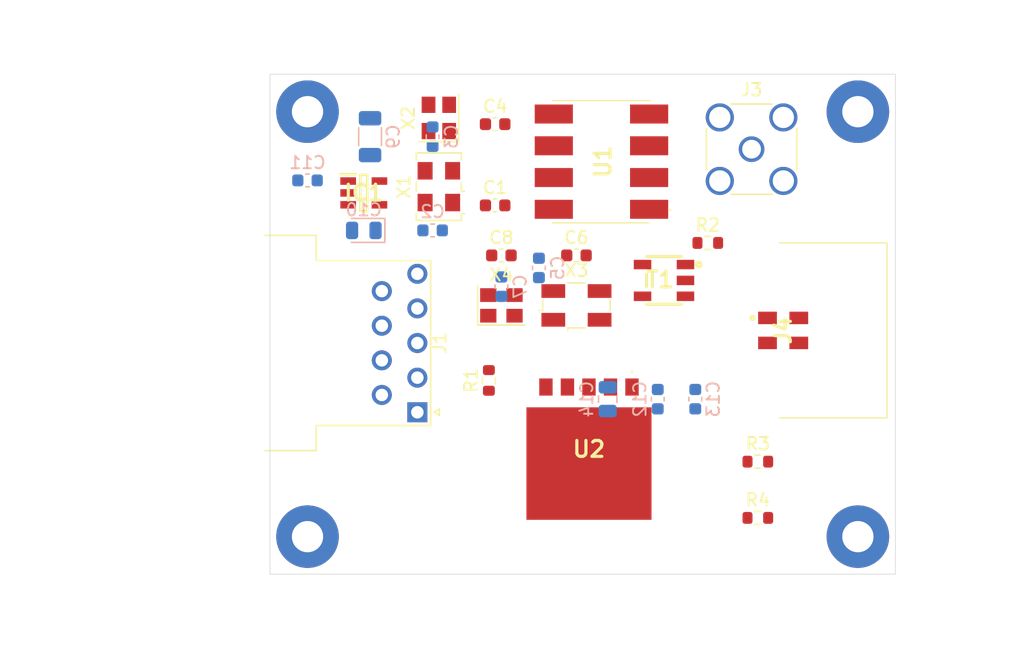
<source format=kicad_pcb>
(kicad_pcb (version 20240108) (generator "pcbnew") (generator_version "8.0")
  (layers (0 "F.Cu" signal) (31 "B.Cu" signal) (34 "B.Paste" user) (35 "F.Paste" user) (36 "B.SilkS" user "B.Silkscreen") (37 "F.SilkS" user "F.Silkscreen") (38 "B.Mask" user) (39 "F.Mask" user) (44 "Edge.Cuts" user))
  (net 0 "")
  (net 1 "GND")
  (net 2 "+3.3V")
  (net 3 "+15V")
  (net 5 "Net-(X1-OUT)")
  (net 6 "Net-(R2-Pad1)")
  (net 7 "Net-(X2-OUT)")
  (net 8 "Net-(X3-OUT)")
  (net 9 "Net-(X4-OUT)")
  (net 10 "Net-(J2-Pin_1)")
  (net 11 "ReleaseAntenna")
  (net 12 "Net-(U2-CTL)")
  (net 13 "GNDPWR")
  (net 15 "Net-(U1-PORT_1)")
  (net 16 "Net-(U1-PORT_2)")
  (net 17 "Net-(U1-PORT_3)")
  (net 18 "Net-(U1-PORT_4)")
  (net 19 "Net-(U2-VO)")
  (net 20 "Net-(J3-In)")
  (net 21 "Net-(J4-Pad3)")
  (net 23 "Net-(U1-SUM_PORT)")
  (footprint "Capacitor_SMD:C_0603_1608Metric" (layer "F.Cu") (at 106.5 28.5)
    (property "Reference" "C4" (at 0 -1.43 0) (layer "F.SilkS"))
    (property "Value" "0.1uF")
    (fp_line (start -0.14058 -0.51) (end 0.14058 -0.51) (stroke (width 0.12)) (layer "F.SilkS"))
    (fp_line (start -0.14058 0.51) (end 0.14058 0.51) (stroke (width 0.12)) (layer "F.SilkS"))
    (pad "1" smd roundrect (at -0.775 0) (size 0.9 0.95) (layers "F.Cu" "F.Paste" "F.Mask") (net 16 "Net-(U1-PORT_2)"))
    (pad "2" smd roundrect (at 0.775 0) (size 0.9 0.95) (layers "F.Cu" "F.Paste" "F.Mask") (net 7 "Net-(X2-OUT)"))
  )
  (footprint "RF:AD4PS1" (layer "F.Cu") (at 115 31.5 90)
    (property "Reference" "U1" (at 0 0.108 90) (layer "F.SilkS") (effects (font (size 1.27 1.27) (thickness 0.254))))
    (property "Value" "AD4PS-1+" (hide yes))
    (fp_line (start 4.89 -3.935) (end 4.89 3.935) (stroke (width 0.1)) (layer "F.SilkS"))
    (fp_line (start -4.89 -3.935) (end -4.89 3.81) (stroke (width 0.1)) (layer "F.SilkS"))
    (fp_line (start -3.8 5.5) (end -3.8 5.5) (stroke (width 0.1)) (layer "F.SilkS"))
    (fp_line (start -3.9 5.5) (end -3.9 5.5) (stroke (width 0.1)) (layer "F.SilkS"))
    (fp_arc (start -3.8 5.5) (mid -3.85 5.55) (end -3.9 5.5) (stroke (width 0.1)) (layer "F.SilkS"))
    (fp_arc (start -3.9 5.5) (mid -3.85 5.45) (end -3.8 5.5) (stroke (width 0.1)) (layer "F.SilkS"))
    (pad "1" smd rect (at -3.81 3.81 90) (size 1.52 3.05) (layers "F.Cu" "F.Paste" "F.Mask") (net 1 "GND"))
    (pad "2" smd rect (at -1.27 3.81 90) (size 1.52 3.05) (layers "F.Cu" "F.Paste" "F.Mask") (net 23 "Net-(U1-SUM_PORT)"))
    (pad "3" smd rect (at 1.27 3.81 90) (size 1.52 3.05) (layers "F.Cu" "F.Paste" "F.Mask") (net 1 "GND"))
    (pad "4" smd rect (at 3.81 3.81 90) (size 1.52 3.05) (layers "F.Cu" "F.Paste" "F.Mask") (net 1 "GND"))
    (pad "5" smd rect (at 3.81 -3.81 90) (size 1.52 3.05) (layers "F.Cu" "F.Paste" "F.Mask") (net 18 "Net-(U1-PORT_4)"))
    (pad "6" smd rect (at 1.27 -3.81 90) (size 1.52 3.05) (layers "F.Cu" "F.Paste" "F.Mask") (net 17 "Net-(U1-PORT_3)"))
    (pad "7" smd rect (at -1.27 -3.81 90) (size 1.52 3.05) (layers "F.Cu" "F.Paste" "F.Mask") (net 16 "Net-(U1-PORT_2)"))
    (pad "8" smd rect (at -3.81 -3.81 90) (size 1.52 3.05) (layers "F.Cu" "F.Paste" "F.Mask") (net 15 "Net-(U1-PORT_1)"))
  )
  (footprint "MountingHole:MountingHole_2.5mm_Pad" (layer "F.Cu") (at 135.5 61.5)
    (property "Reference" "H4" (hide yes))
    (property "Value" "MountingHole" (hide yes))
    (pad "1" thru_hole circle (at 0 0) (size 5 5) (drill 2.5) (layers "*.Cu" "*.Mask"))
  )
  (footprint "Package_SO:SOT95P280X100-5N" (layer "F.Cu") (at 96 34)
    (property "Reference" "IC1" (at 0 0 0) (layer "F.SilkS") (effects (font (size 1.27 1.27) (thickness 0.254))))
    (property "Value" "ADP7118AUJZ-3.3-R7" (hide yes))
    (fp_line (start -1.875 -1.5) (end -0.625 -1.5) (stroke (width 0.2)) (layer "F.SilkS"))
    (fp_line (start -0.275 -1.45) (end 0.275 -1.45) (stroke (width 0.2)) (layer "F.SilkS"))
    (fp_line (start -0.275 1.45) (end -0.275 -1.45) (stroke (width 0.2)) (layer "F.SilkS"))
    (fp_line (start 0.275 -1.45) (end 0.275 1.45) (stroke (width 0.2)) (layer "F.SilkS"))
    (fp_line (start 0.275 1.45) (end -0.275 1.45) (stroke (width 0.2)) (layer "F.SilkS"))
    (pad "1" smd rect (at -1.25 -0.95 90) (size 0.6 1.25) (layers "F.Cu" "F.Paste" "F.Mask") (net 3 "+15V"))
    (pad "2" smd rect (at -1.25 0 90) (size 0.6 1.25) (layers "F.Cu" "F.Paste" "F.Mask") (net 1 "GND"))
    (pad "3" smd rect (at -1.25 0.95 90) (size 0.6 1.25) (layers "F.Cu" "F.Paste" "F.Mask") (net 3 "+15V"))
    (pad "4" smd rect (at 1.25 0.95 90) (size 0.6 1.25) (layers "F.Cu" "F.Paste" "F.Mask") (net 2 "+3.3V"))
    (pad "5" smd rect (at 1.25 -0.95 90) (size 0.6 1.25) (layers "F.Cu" "F.Paste" "F.Mask") (net 2 "+3.3V"))
  )
  (footprint "Capacitor_SMD:C_0603_1608Metric" (layer "F.Cu") (at 113 39)
    (property "Reference" "C6" (at 0 -1.43 0) (layer "F.SilkS"))
    (property "Value" "0.1uF")
    (fp_line (start -0.14058 -0.51) (end 0.14058 -0.51) (stroke (width 0.12)) (layer "F.SilkS"))
    (fp_line (start -0.14058 0.51) (end 0.14058 0.51) (stroke (width 0.12)) (layer "F.SilkS"))
    (pad "1" smd roundrect (at -0.775 0) (size 0.9 0.95) (layers "F.Cu" "F.Paste" "F.Mask") (net 17 "Net-(U1-PORT_3)"))
    (pad "2" smd roundrect (at 0.775 0) (size 0.9 0.95) (layers "F.Cu" "F.Paste" "F.Mask") (net 8 "Net-(X3-OUT)"))
  )
  (footprint "Resistor_SMD:R_0603_1608Metric" (layer "F.Cu") (at 127.5 60)
    (property "Reference" "R4" (at 0 -1.43 0) (layer "F.SilkS"))
    (property "Value" "100M")
    (fp_line (start -0.237258 -0.5225) (end 0.237258 -0.5225) (stroke (width 0.12)) (layer "F.SilkS"))
    (fp_line (start -0.237258 0.5225) (end 0.237258 0.5225) (stroke (width 0.12)) (layer "F.SilkS"))
    (pad "1" smd roundrect (at -0.825 0) (size 0.8 0.95) (layers "F.Cu" "F.Paste" "F.Mask") (net 1 "GND"))
    (pad "2" smd roundrect (at 0.825 0) (size 0.8 0.95) (layers "F.Cu" "F.Paste" "F.Mask") (net 13 "GNDPWR"))
  )
  (footprint "Capacitor_SMD:C_0603_1608Metric" (layer "F.Cu") (at 106.5 35)
    (property "Reference" "C1" (at 0 -1.43 0) (layer "F.SilkS"))
    (property "Value" "0.1uF")
    (fp_line (start -0.14058 -0.51) (end 0.14058 -0.51) (stroke (width 0.12)) (layer "F.SilkS"))
    (fp_line (start -0.14058 0.51) (end 0.14058 0.51) (stroke (width 0.12)) (layer "F.SilkS"))
    (pad "1" smd roundrect (at -0.775 0) (size 0.9 0.95) (layers "F.Cu" "F.Paste" "F.Mask") (net 15 "Net-(U1-PORT_1)"))
    (pad "2" smd roundrect (at 0.775 0) (size 0.9 0.95) (layers "F.Cu" "F.Paste" "F.Mask") (net 5 "Net-(X1-OUT)"))
  )
  (footprint "Resistor_SMD:R_0603_1608Metric" (layer "F.Cu") (at 127.5 55.5)
    (property "Reference" "R3" (at 0 -1.43 0) (layer "F.SilkS"))
    (property "Value" "100M")
    (fp_line (start -0.237258 -0.5225) (end 0.237258 -0.5225) (stroke (width 0.12)) (layer "F.SilkS"))
    (fp_line (start -0.237258 0.5225) (end 0.237258 0.5225) (stroke (width 0.12)) (layer "F.SilkS"))
    (pad "1" smd roundrect (at -0.825 0) (size 0.8 0.95) (layers "F.Cu" "F.Paste" "F.Mask") (net 1 "GND"))
    (pad "2" smd roundrect (at 0.825 0) (size 0.8 0.95) (layers "F.Cu" "F.Paste" "F.Mask") (net 21 "Net-(J4-Pad3)"))
  )
  (footprint "Oscillator:Oscillator_SMD_Abracon_ASE-4Pin_3.2x2.5mm" (layer "F.Cu") (at 107 43)
    (property "Reference" "X4" (at 0 -2.45 0) (layer "F.SilkS"))
    (property "Value" "ASE-50.000MHZ-L-C-T")
    (fp_line (start -1.9 -1.575) (end -1.9 1.575) (stroke (width 0.12)) (layer "F.SilkS"))
    (fp_line (start -1.9 1.575) (end 1.9 1.575) (stroke (width 0.12)) (layer "F.SilkS"))
    (pad "1" smd rect (at -1.05 0.825) (size 1.3 1.1) (layers "F.Cu" "F.Paste" "F.Mask") (net 2 "+3.3V"))
    (pad "2" smd rect (at 1.05 0.825) (size 1.3 1.1) (layers "F.Cu" "F.Paste" "F.Mask") (net 1 "GND"))
    (pad "3" smd rect (at 1.05 -0.825) (size 1.3 1.1) (layers "F.Cu" "F.Paste" "F.Mask") (net 9 "Net-(X4-OUT)"))
    (pad "4" smd rect (at -1.05 -0.825) (size 1.3 1.1) (layers "F.Cu" "F.Paste" "F.Mask") (net 2 "+3.3V"))
  )
  (footprint "Capacitor_SMD:C_0603_1608Metric" (layer "F.Cu") (at 107 39)
    (property "Reference" "C8" (at 0 -1.43 0) (layer "F.SilkS"))
    (property "Value" "0.1uF")
    (fp_line (start -0.14058 -0.51) (end 0.14058 -0.51) (stroke (width 0.12)) (layer "F.SilkS"))
    (fp_line (start -0.14058 0.51) (end 0.14058 0.51) (stroke (width 0.12)) (layer "F.SilkS"))
    (pad "1" smd roundrect (at -0.775 0) (size 0.9 0.95) (layers "F.Cu" "F.Paste" "F.Mask") (net 18 "Net-(U1-PORT_4)"))
    (pad "2" smd roundrect (at 0.775 0) (size 0.9 0.95) (layers "F.Cu" "F.Paste" "F.Mask") (net 9 "Net-(X4-OUT)"))
  )
  (footprint "MountingHole:MountingHole_2.5mm_Pad" (layer "F.Cu") (at 135.5 27.5)
    (property "Reference" "H3" (hide yes))
    (property "Value" "MountingHole" (hide yes))
    (pad "1" thru_hole circle (at 0 0) (size 5 5) (drill 2.5) (layers "*.Cu" "*.Mask"))
  )
  (footprint "Crystal:Crystal_SMD_EuroQuartz_MJ-4Pin_5.0x3.2mm" (layer "F.Cu") (at 113 43)
    (property "Reference" "X3" (at 0 -2.8 0) (layer "F.SilkS"))
    (property "Value" "3QHTF53-35.430-OE")
    (fp_line (start -3 0.4) (end -2.7 0.4) (stroke (width 0.12)) (layer "F.SilkS"))
    (fp_line (start -2.7 0.4) (end -2.7 -0.4) (stroke (width 0.12)) (layer "F.SilkS"))
    (fp_line (start -0.7 -1.8) (end 0.7 -1.8) (stroke (width 0.12)) (layer "F.SilkS"))
    (fp_line (start -0.7 1.8) (end -0.7 2.04) (stroke (width 0.12)) (layer "F.SilkS"))
    (fp_line (start 0.7 1.8) (end -0.7 1.8) (stroke (width 0.12)) (layer "F.SilkS"))
    (fp_line (start 2.7 -0.4) (end 2.7 0.4) (stroke (width 0.12)) (layer "F.SilkS"))
    (pad "1" smd rect (at -1.85 1.15) (size 1.9 1.1) (layers "F.Cu" "F.Paste" "F.Mask") (net 2 "+3.3V"))
    (pad "2" smd rect (at 1.85 1.15) (size 1.9 1.1) (layers "F.Cu" "F.Paste" "F.Mask") (net 1 "GND"))
    (pad "3" smd rect (at 1.85 -1.15) (size 1.9 1.1) (layers "F.Cu" "F.Paste" "F.Mask") (net 8 "Net-(X3-OUT)"))
    (pad "4" smd rect (at -1.85 -1.15) (size 1.9 1.1) (layers "F.Cu" "F.Paste" "F.Mask") (net 2 "+3.3V"))
  )
  (footprint "Resistor_SMD:R_0603_1608Metric" (layer "F.Cu") (at 106 49 90)
    (property "Reference" "R1" (at 0 -1.43 90) (layer "F.SilkS"))
    (property "Value" "50" (hide yes))
    (fp_line (start -0.237258 -0.5225) (end 0.237258 -0.5225) (stroke (width 0.12)) (layer "F.SilkS"))
    (fp_line (start -0.237258 0.5225) (end 0.237258 0.5225) (stroke (width 0.12)) (layer "F.SilkS"))
    (pad "1" smd roundrect (at -0.825 0 90) (size 0.8 0.95) (layers "F.Cu" "F.Paste" "F.Mask") (net 11 "ReleaseAntenna"))
    (pad "2" smd roundrect (at 0.825 0 90) (size 0.8 0.95) (layers "F.Cu" "F.Paste" "F.Mask") (net 12 "Net-(U2-CTL)"))
  )
  (footprint "Resistor_SMD:R_0603_1608Metric" (layer "F.Cu") (at 123.5 38)
    (property "Reference" "R2" (at 0 -1.43 0) (layer "F.SilkS"))
    (property "Value" "10K" (hide yes))
    (fp_line (start -0.237258 -0.5225) (end 0.237258 -0.5225) (stroke (width 0.12)) (layer "F.SilkS"))
    (fp_line (start -0.237258 0.5225) (end 0.237258 0.5225) (stroke (width 0.12)) (layer "F.SilkS"))
    (pad "1" smd roundrect (at -0.825 0) (size 0.8 0.95) (layers "F.Cu" "F.Paste" "F.Mask") (net 6 "Net-(R2-Pad1)"))
    (pad "2" smd roundrect (at 0.825 0) (size 0.8 0.95) (layers "F.Cu" "F.Paste" "F.Mask") (net 20 "Net-(J3-In)"))
  )
  (footprint "Connector_Coaxial:SMA_Amphenol_132291_Vertical" (layer "F.Cu") (at 127 30.5)
    (property "Reference" "J3" (at 0 -4.75 0) (layer "F.SilkS"))
    (property "Value" "Conn_Coaxial")
    (fp_line (start -3.61 -1.66) (end -3.61 1.66) (stroke (width 0.12)) (layer "F.SilkS"))
    (fp_line (start -1.66 -3.61) (end 1.66 -3.61) (stroke (width 0.12)) (layer "F.SilkS"))
    (fp_line (start -1.66 3.61) (end 1.66 3.61) (stroke (width 0.12)) (layer "F.SilkS"))
    (fp_line (start 3.61 -1.66) (end 3.61 1.66) (stroke (width 0.12)) (layer "F.SilkS"))
    (pad "1" thru_hole circle (at 0 0) (size 2.05 2.05) (drill 1.5) (layers "*.Cu" "*.Mask") (net 20 "Net-(J3-In)"))
    (pad "2" thru_hole circle (at -2.54 -2.54) (size 2.25 2.25) (drill 1.7) (layers "*.Cu" "*.Mask") (net 13 "GNDPWR"))
    (pad "2" thru_hole circle (at -2.54 2.54) (size 2.25 2.25) (drill 1.7) (layers "*.Cu" "*.Mask") (net 13 "GNDPWR"))
    (pad "2" thru_hole circle (at 2.54 -2.54) (size 2.25 2.25) (drill 1.7) (layers "*.Cu" "*.Mask") (net 13 "GNDPWR"))
    (pad "2" thru_hole circle (at 2.54 2.54) (size 2.25 2.25) (drill 1.7) (layers "*.Cu" "*.Mask") (net 13 "GNDPWR"))
  )
  (footprint "Connector_Dsub:DSUB-9_Female_Horizontal_P2.77x2.84mm_EdgePinOffset9.40mm" (layer "F.Cu") (at 100.280331 51.55 -90)
    (property "Reference" "J1" (at -5.54 -1.8 90) (layer "F.SilkS"))
    (property "Value" "DE9_Receptacle")
    (fp_line (start -14.15 12.18) (end -14.15 8.08) (stroke (width 0.12)) (layer "F.SilkS"))
    (fp_line (start -14.15 8.08) (end -12.14 8.08) (stroke (width 0.12)) (layer "F.SilkS"))
    (fp_line (start -12.14 8.08) (end -12.14 -1.06) (stroke (width 0.12)) (layer "F.SilkS"))
    (fp_line (start 1.06 8.08) (end 3.07 8.08) (stroke (width 0.12)) (layer "F.SilkS"))
    (fp_line (start 3.07 8.08) (end 3.07 12.18) (stroke (width 0.12)) (layer "F.SilkS"))
    (fp_line (start -12.14 -1.06) (end 1.06 -1.06) (stroke (width 0.12)) (layer "F.SilkS"))
    (fp_line (start 1.06 -1.06) (end 1.06 8.08) (stroke (width 0.12)) (layer "F.SilkS"))
    (fp_line (start 0 -1.321325) (end -0.25 -1.754338) (stroke (width 0.12)) (layer "F.SilkS"))
    (fp_line (start -0.25 -1.754338) (end 0.25 -1.754338) (stroke (width 0.12)) (layer "F.SilkS"))
    (fp_line (start 0.25 -1.754338) (end 0 -1.321325) (stroke (width 0.12)) (layer "F.SilkS"))
    (pad "1" thru_hole rect (at 0 0 270) (size 1.6 1.6) (drill 1) (layers "*.Cu" "*.Mask") (net 3 "+15V"))
    (pad "2" thru_hole circle (at -2.77 0 270) (size 1.6 1.6) (drill 1) (layers "*.Cu" "*.Mask") (net 11 "ReleaseAntenna"))
    (pad "3" thru_hole circle (at -5.54 0 270) (size 1.6 1.6) (drill 1) (layers "*.Cu" "*.Mask") (net 1 "GND"))
    (pad "4" thru_hole circle (at -8.31 0 270) (size 1.6 1.6) (drill 1) (layers "*.Cu" "*.Mask") (net 1 "GND"))
    (pad "5" thru_hole circle (at -11.08 0 270) (size 1.6 1.6) (drill 1) (layers "*.Cu" "*.Mask") (net 1 "GND"))
    (pad "6" thru_hole circle (at -1.385 2.84 270) (size 1.6 1.6) (drill 1) (layers "*.Cu" "*.Mask") (net 3 "+15V"))
    (pad "7" thru_hole circle (at -4.155 2.84 270) (size 1.6 1.6) (drill 1) (layers "*.Cu" "*.Mask") (net 1 "GND"))
    (pad "8" thru_hole circle (at -6.925 2.84 270) (size 1.6 1.6) (drill 1) (layers "*.Cu" "*.Mask") (net 1 "GND"))
    (pad "9" thru_hole circle (at -9.695 2.84 270) (size 1.6 1.6) (drill 1) (layers "*.Cu" "*.Mask") (net 1 "GND"))
  )
  (footprint "Lib:BD80FD0WHFPTR" (layer "F.Cu") (at 114 54.5 180)
    (property "Reference" "U2" (at 0 0 0) (layer "F.SilkS") (effects (font (size 1.27 1.27) (thickness 0.254))))
    (property "Value" "BD80FD0WHFP-TR" (hide yes))
    (fp_line (start -3.44 6.247) (end -3.44 6.247) (stroke (width 0.1)) (layer "F.SilkS"))
    (fp_line (start -3.44 6.147) (end -3.44 6.147) (stroke (width 0.1)) (layer "F.SilkS"))
    (fp_arc (start -3.44 6.247) (mid -3.49 6.197) (end -3.44 6.147) (stroke (width 0.1)) (layer "F.SilkS"))
    (fp_arc (start -3.44 6.147) (mid -3.39 6.197) (end -3.44 6.247) (stroke (width 0.1)) (layer "F.SilkS"))
    (pad "1" smd rect (at -3.44 4.97 180) (size 1.07 1.37) (layers "F.Cu" "F.Paste" "F.Mask") (net 12 "Net-(U2-CTL)"))
    (pad "2" smd rect (at -1.72 4.97 180) (size 1.07 1.37) (layers "F.Cu" "F.Paste" "F.Mask") (net 3 "+15V"))
    (pad "3" smd rect (at 0 4.97 180) (size 1.07 1.37) (layers "F.Cu" "F.Paste" "F.Mask") (net 1 "GND"))
    (pad "4" smd rect (at 1.72 4.97 180) (size 1.07 1.37) (layers "F.Cu" "F.Paste" "F.Mask") (net 10 "Net-(J2-Pin_1)"))
    (pad "5" smd rect (at 3.44 4.97 180) (size 1.07 1.37) (layers "F.Cu" "F.Paste" "F.Mask"))
    (pad "6" smd rect (at 0 -1.155 270) (size 9 10) (layers "F.Cu" "F.Paste" "F.Mask") (net 1 "GND"))
  )
  (footprint "MountingHole:MountingHole_2.5mm_Pad" (layer "F.Cu") (at 91.5 27.5)
    (property "Reference" "H2" (hide yes))
    (property "Value" "MountingHole" (hide yes))
    (pad "1" thru_hole circle (at 0 0) (size 5 5) (drill 2.5) (layers "*.Cu" "*.Mask"))
  )
  (footprint "Transformer_SMD:E_SERIES_1" (layer "F.Cu") (at 120 41)
    (property "Reference" "T1" (at -0.32773 -0.06132 0) (layer "F.SilkS") (effects (font (size 1.27 1.27) (thickness 0.254))))
    (property "Value" "ETC4-1-2TR" (hide yes))
    (fp_line (start -1.395 -1.905) (end 1.395 -1.905) (stroke (width 0.25)) (layer "F.SilkS"))
    (fp_line (start -1.395 -0.5) (end -1.395 0.5) (stroke (width 0.25)) (layer "F.SilkS"))
    (fp_line (start 1.395 1.905) (end -1.395 1.905) (stroke (width 0.25)) (layer "F.SilkS"))
    (fp_circle (center 2.776 -1.27) (end 2.776 -1.20605) (stroke (width 0.25)) (fill none) (layer "F.SilkS"))
    (pad "1" smd rect (at 1.715 -1.27 90) (size 0.76 1.4) (layers "F.Cu" "F.Paste" "F.Mask") (net 6 "Net-(R2-Pad1)"))
    (pad "2" smd rect (at 1.715 0 90) (size 0.76 1.4) (layers "F.Cu" "F.Paste" "F.Mask"))
    (pad "3" smd rect (at 1.715 1.27 90) (size 0.76 1.4) (layers "F.Cu" "F.Paste" "F.Mask") (net 13 "GNDPWR"))
    (pad "4" smd rect (at -1.715 1.27 90) (size 0.76 1.4) (layers "F.Cu" "F.Paste" "F.Mask") (net 1 "GND"))
    (pad "5" smd rect (at -1.715 -1.27 90) (size 0.76 1.4) (layers "F.Cu" "F.Paste" "F.Mask") (net 23 "Net-(U1-SUM_PORT)"))
  )
  (footprint "Oscillator:Oscillator_SMD_TXC_7C-4Pin_5.0x3.2mm" (layer "F.Cu") (at 102 33.5 90)
    (property "Reference" "X1" (at 0 -2.8 90) (layer "F.SilkS"))
    (property "Value" "3QHTF53-17.734-OE")
    (fp_line (start 2.7 -1.8) (end 2.7 1.8) (stroke (width 0.12)) (layer "F.SilkS"))
    (fp_line (start 2.17 -1.8) (end 2.7 -1.8) (stroke (width 0.12)) (layer "F.SilkS"))
    (fp_line (start -0.37 -1.8) (end 0.37 -1.8) (stroke (width 0.12)) (layer "F.SilkS"))
    (fp_line (start -2.7 -1.8) (end -2.17 -1.8) (stroke (width 0.12)) (layer "F.SilkS"))
    (fp_line (start 2.7 1.8) (end 2.17 1.8) (stroke (width 0.12)) (layer "F.SilkS"))
    (fp_line (start 0.37 1.8) (end -0.37 1.8) (stroke (width 0.12)) (layer "F.SilkS"))
    (fp_line (start -0.37 1.8) (end -0.37 2.04) (stroke (width 0.12)) (layer "F.SilkS"))
    (fp_line (start -2.17 1.8) (end -2.7 1.8) (stroke (width 0.12)) (layer "F.SilkS"))
    (fp_line (start -2.7 1.8) (end -2.7 -1.8) (stroke (width 0.12)) (layer "F.SilkS"))
    (fp_line (start -2.17 2.04) (end -2.17 1.8) (stroke (width 0.12)) (layer "F.SilkS"))
    (pad "1" smd rect (at -1.27 1.1 90) (size 1.4 1.2) (layers "F.Cu" "F.Paste" "F.Mask") (net 2 "+3.3V"))
    (pad "2" smd rect (at 1.27 1.1 90) (size 1.4 1.2) (layers "F.Cu" "F.Paste" "F.Mask") (net 1 "GND"))
    (pad "3" smd rect (at 1.27 -1.1 90) (size 1.4 1.2) (layers "F.Cu" "F.Paste" "F.Mask") (net 5 "Net-(X1-OUT)"))
    (pad "4" smd rect (at -1.27 -1.1 90) (size 1.4 1.2) (layers "F.Cu" "F.Paste" "F.Mask") (net 2 "+3.3V"))
  )
  (footprint "Connector:M80-5420442" (layer "F.Cu") (at 129.525 45 90)
    (property "Reference" "J4" (at 0 0 90) (layer "F.SilkS") (effects (font (size 1.27 1.27) (thickness 0.254))))
    (property "Value" "M80-5420442" (hide yes))
    (fp_line (start 7 -0.3) (end 7 8.3) (stroke (width 0.1)) (layer "F.SilkS"))
    (fp_line (start 7 8.3) (end -7 8.3) (stroke (width 0.1)) (layer "F.SilkS"))
    (fp_line (start -7 8.3) (end -7 -0.3) (stroke (width 0.1)) (layer "F.SilkS"))
    (fp_circle (center 1 -2.45) (end 1 -2.4) (stroke (width 0.2)) (fill none) (layer "F.SilkS"))
    (pad "" np_thru_hole circle (at -4.5 1.25 90) (size 2.25 2.25) (drill 2.25) (layers "*.Cu" "*.Mask"))
    (pad "" np_thru_hole circle (at 4.5 1.25 90) (size 2.25 2.25) (drill 2.25) (layers "*.Cu" "*.Mask"))
    (pad "1" smd rect (at 1 -1.25 90) (size 1 1.5) (layers "F.Cu" "F.Paste" "F.Mask") (net 19 "Net-(U2-VO)"))
    (pad "2" smd rect (at -1 -1.25 90) (size 1 1.5) (layers "F.Cu" "F.Paste" "F.Mask"))
    (pad "3" smd rect (at 1 1.25 90) (size 1 1.5) (layers "F.Cu" "F.Paste" "F.Mask") (net 21 "Net-(J4-Pad3)"))
    (pad "4" smd rect (at -1 1.25 90) (size 1 1.5) (layers "F.Cu" "F.Paste" "F.Mask") (net 21 "Net-(J4-Pad3)"))
  )
  (footprint "MountingHole:MountingHole_2.5mm_Pad" (layer "F.Cu") (at 91.5 61.5)
    (property "Reference" "H1" (hide yes))
    (property "Value" "MountingHole" (hide yes))
    (pad "1" thru_hole circle (at 0 0) (size 5 5) (drill 2.5) (layers "*.Cu" "*.Mask"))
  )
  (footprint "Oscillator:Oscillator_SMD_Abracon_ASE-4Pin_3.2x2.5mm" (layer "F.Cu") (at 102 28 90)
    (property "Reference" "X2" (at 0 -2.45 90) (layer "F.SilkS"))
    (property "Value" "ASE-25.000MHZ-L-C-T")
    (fp_line (start -1.9 -1.575) (end -1.9 1.575) (stroke (width 0.12)) (layer "F.SilkS"))
    (fp_line (start -1.9 1.575) (end 1.9 1.575) (stroke (width 0.12)) (layer "F.SilkS"))
    (pad "1" smd rect (at -1.05 0.825 90) (size 1.3 1.1) (layers "F.Cu" "F.Paste" "F.Mask") (net 2 "+3.3V"))
    (pad "2" smd rect (at 1.05 0.825 90) (size 1.3 1.1) (layers "F.Cu" "F.Paste" "F.Mask") (net 1 "GND"))
    (pad "3" smd rect (at 1.05 -0.825 90) (size 1.3 1.1) (layers "F.Cu" "F.Paste" "F.Mask") (net 7 "Net-(X2-OUT)"))
    (pad "4" smd rect (at -1.05 -0.825 90) (size 1.3 1.1) (layers "F.Cu" "F.Paste" "F.Mask") (net 2 "+3.3V"))
  )
  (footprint "Capacitor_SMD:C_0603_1608Metric" (layer "B.Cu") (at 119.5 50.5 -90)
    (property "Reference" "C12" (at 0 1.43 90) (layer "B.SilkS") (effects (justify mirror)))
    (property "Value" "2.2uF" (hide yes))
    (fp_line (start 0.14058 0.51) (end -0.14058 0.51) (stroke (width 0.12)) (layer "B.SilkS"))
    (fp_line (start 0.14058 -0.51) (end -0.14058 -0.51) (stroke (width 0.12)) (layer "B.SilkS"))
    (pad "1" smd roundrect (at -0.775 0 270) (size 0.9 0.95) (layers "B.Cu" "B.Paste" "B.Mask") (net 3 "+15V"))
    (pad "2" smd roundrect (at 0.775 0 270) (size 0.9 0.95) (layers "B.Cu" "B.Paste" "B.Mask") (net 1 "GND"))
  )
  (footprint "Capacitor_SMD:C_0603_1608Metric" (layer "B.Cu") (at 110 40 -90)
    (property "Reference" "C5" (at 0 -1.5 90) (layer "B.SilkS") (effects (justify mirror)))
    (property "Value" "0.1uF" (hide yes))
    (fp_line (start 0.14058 0.51) (end -0.14058 0.51) (stroke (width 0.12)) (layer "B.SilkS"))
    (fp_line (start 0.14058 -0.51) (end -0.14058 -0.51) (stroke (width 0.12)) (layer "B.SilkS"))
    (pad "1" smd roundrect (at -0.775 0 270) (size 0.9 0.95) (layers "B.Cu" "B.Paste" "B.Mask") (net 2 "+3.3V"))
    (pad "2" smd roundrect (at 0.775 0 270) (size 0.9 0.95) (layers "B.Cu" "B.Paste" "B.Mask") (net 1 "GND"))
  )
  (footprint "Capacitor_SMD:C_0603_1608Metric" (layer "B.Cu") (at 122.5 50.5 90)
    (property "Reference" "C13" (at 0 1.43 90) (layer "B.SilkS") (effects (justify mirror)))
    (property "Value" "1uF")
    (fp_line (start 0.14058 -0.51) (end -0.14058 -0.51) (stroke (width 0.12)) (layer "B.SilkS"))
    (fp_line (start 0.14058 0.51) (end -0.14058 0.51) (stroke (width 0.12)) (layer "B.SilkS"))
    (pad "1" smd roundrect (at -0.775 0 90) (size 0.9 0.95) (layers "B.Cu" "B.Paste" "B.Mask") (net 19 "Net-(U2-VO)"))
    (pad "2" smd roundrect (at 0.775 0 90) (size 0.9 0.95) (layers "B.Cu" "B.Paste" "B.Mask") (net 1 "GND"))
  )
  (footprint "Capacitor_SMD:C_0603_1608Metric" (layer "B.Cu") (at 91.5 33 180)
    (property "Reference" "C11" (at 0 1.43 0) (layer "B.SilkS") (effects (justify mirror)))
    (property "Value" "0.1uF")
    (fp_line (start 0.14058 0.51) (end -0.14058 0.51) (stroke (width 0.12)) (layer "B.SilkS"))
    (fp_line (start 0.14058 -0.51) (end -0.14058 -0.51) (stroke (width 0.12)) (layer "B.SilkS"))
    (pad "1" smd roundrect (at -0.775 0 180) (size 0.9 0.95) (layers "B.Cu" "B.Paste" "B.Mask") (net 3 "+15V"))
    (pad "2" smd roundrect (at 0.775 0 180) (size 0.9 0.95) (layers "B.Cu" "B.Paste" "B.Mask") (net 1 "GND"))
  )
  (footprint "Capacitor_SMD:C_0805_2012Metric" (layer "B.Cu") (at 115.5 50.5 -90)
    (property "Reference" "C14" (at 0 1.68 90) (layer "B.SilkS") (effects (justify mirror)))
    (property "Value" "10uF" (hide yes))
    (fp_line (start 0.261252 0.735) (end -0.261252 0.735) (stroke (width 0.12)) (layer "B.SilkS"))
    (fp_line (start 0.261252 -0.735) (end -0.261252 -0.735) (stroke (width 0.12)) (layer "B.SilkS"))
    (pad "1" smd roundrect (at -0.95 0 270) (size 1 1.45) (layers "B.Cu" "B.Paste" "B.Mask") (net 19 "Net-(U2-VO)"))
    (pad "2" smd roundrect (at 0.95 0 270) (size 1 1.45) (layers "B.Cu" "B.Paste" "B.Mask") (net 1 "GND"))
  )
  (footprint "Capacitor_SMD:C_1206_3216Metric" (layer "B.Cu") (at 96.5 29.5 90)
    (property "Reference" "C9" (at 0 1.85 90) (layer "B.SilkS") (effects (justify mirror)))
    (property "Value" "4.7uF")
    (fp_line (start 0.711252 -0.91) (end -0.711252 -0.91) (stroke (width 0.12)) (layer "B.SilkS"))
    (fp_line (start 0.711252 0.91) (end -0.711252 0.91) (stroke (width 0.12)) (layer "B.SilkS"))
    (pad "1" smd roundrect (at -1.475 0 90) (size 1.15 1.8) (layers "B.Cu" "B.Paste" "B.Mask") (roundrect_rratio 0.217391) (net 3 "+15V"))
    (pad "2" smd roundrect (at 1.475 0 90) (size 1.15 1.8) (layers "B.Cu" "B.Paste" "B.Mask") (roundrect_rratio 0.217391) (net 1 "GND"))
  )
  (footprint "Capacitor_SMD:C_0603_1608Metric" (layer "B.Cu") (at 101.5 37)
    (property "Reference" "C2" (at 0 -1.5 360) (layer "B.SilkS") (effects (justify mirror)))
    (property "Value" "0.1uF" (hide yes))
    (fp_line (start 0.14058 -0.51) (end -0.14058 -0.51) (stroke (width 0.12)) (layer "B.SilkS"))
    (fp_line (start 0.14058 0.51) (end -0.14058 0.51) (stroke (width 0.12)) (layer "B.SilkS"))
    (pad "1" smd roundrect (at -0.775 0) (size 0.9 0.95) (layers "B.Cu" "B.Paste" "B.Mask") (net 2 "+3.3V"))
    (pad "2" smd roundrect (at 0.775 0) (size 0.9 0.95) (layers "B.Cu" "B.Paste" "B.Mask") (net 1 "GND"))
  )
  (footprint "Capacitor_SMD:C_0603_1608Metric" (layer "B.Cu") (at 101.5 29.5 -90)
    (property "Reference" "C3" (at 0 -1.5 90) (layer "B.SilkS") (effects (justify mirror)))
    (property "Value" "0.1uF" (hide yes))
    (fp_line (start 0.14058 0.51) (end -0.14058 0.51) (stroke (width 0.12)) (layer "B.SilkS"))
    (fp_line (start 0.14058 -0.51) (end -0.14058 -0.51) (stroke (width 0.12)) (layer "B.SilkS"))
    (pad "1" smd roundrect (at -0.775 0 270) (size 0.9 0.95) (layers "B.Cu" "B.Paste" "B.Mask") (net 2 "+3.3V"))
    (pad "2" smd roundrect (at 0.775 0 270) (size 0.9 0.95) (layers "B.Cu" "B.Paste" "B.Mask") (net 1 "GND"))
  )
  (footprint "Capacitor_SMD:C_0603_1608Metric" (layer "B.Cu") (at 107 41.5 -90)
    (property "Reference" "C7" (at 0 -1.5 90) (layer "B.SilkS") (effects (justify mirror)))
    (property "Value" "0.1uF" (hide yes))
    (fp_line (start 0.14058 0.51) (end -0.14058 0.51) (stroke (width 0.12)) (layer "B.SilkS"))
    (fp_line (start 0.14058 -0.51) (end -0.14058 -0.51) (stroke (width 0.12)) (layer "B.SilkS"))
    (pad "1" smd roundrect (at -0.775 0 270) (size 0.9 0.95) (layers "B.Cu" "B.Paste" "B.Mask") (net 2 "+3.3V"))
    (pad "2" smd roundrect (at 0.775 0 270) (size 0.9 0.95) (layers "B.Cu" "B.Paste" "B.Mask") (net 1 "GND"))
  )
  (footprint "Diode_SMD:D_0805_2012Metric" (layer "B.Cu") (at 96 37 180)
    (property "Reference" "C10" (at 0 1.65 0) (layer "B.SilkS") (effects (justify mirror)))
    (property "Value" "2.2uF")
    (fp_line (start 1 -0.96) (end -1.685 -0.96) (stroke (width 0.12)) (layer "B.SilkS"))
    (fp_line (start -1.685 0.96) (end 1 0.96) (stroke (width 0.12)) (layer "B.SilkS"))
    (fp_line (start -1.685 -0.96) (end -1.685 0.96) (stroke (width 0.12)) (layer "B.SilkS"))
    (pad "1" smd roundrect (at -0.9375 0 180) (size 0.975 1.4) (layers "B.Cu" "B.Paste" "B.Mask") (net 2 "+3.3V"))
    (pad "2" smd roundrect (at 0.9375 0 180) (size 0.975 1.4) (layers "B.Cu" "B.Paste" "B.Mask") (net 1 "GND"))
  )
  (gr_rect (start 88.5 24.5) (end 138.5 64.5) (stroke (width 0.05)) (fill none) (layer "Edge.Cuts"))
)
</source>
